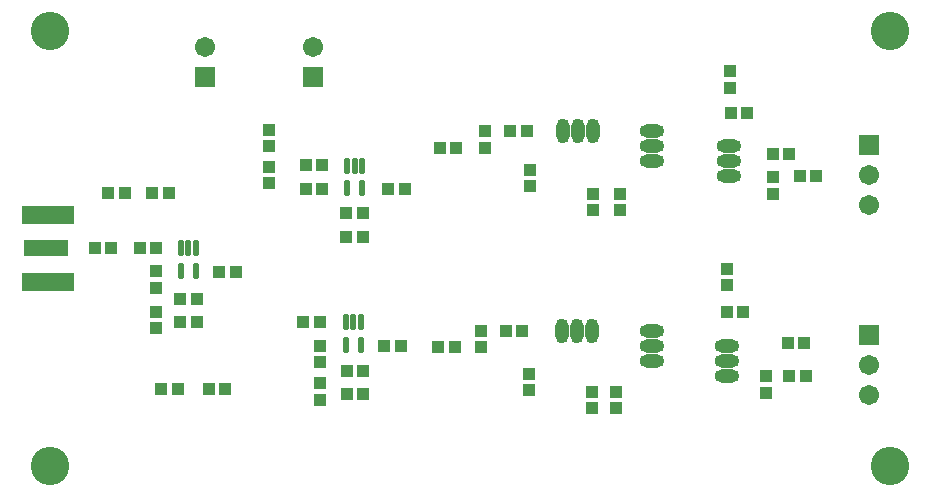
<source format=gbr>
%TF.GenerationSoftware,Altium Limited,Altium Designer,22.7.1 (60)*%
G04 Layer_Color=8388736*
%FSLAX45Y45*%
%MOMM*%
%TF.SameCoordinates,8DF05635-03F1-411C-9BC5-7CD19558B576*%
%TF.FilePolarity,Negative*%
%TF.FileFunction,Soldermask,Top*%
%TF.Part,Single*%
G01*
G75*
%TA.AperFunction,SMDPad,CuDef*%
%ADD30R,1.00320X1.10320*%
%ADD31R,1.10320X1.00320*%
%TA.AperFunction,ConnectorPad*%
%ADD32R,4.40320X1.55320*%
%ADD33R,3.80320X1.47320*%
%TA.AperFunction,SMDPad,CuDef*%
G04:AMPARAMS|DCode=34|XSize=1.2916mm|YSize=0.5016mm|CornerRadius=0.1008mm|HoleSize=0mm|Usage=FLASHONLY|Rotation=270.000|XOffset=0mm|YOffset=0mm|HoleType=Round|Shape=RoundedRectangle|*
%AMROUNDEDRECTD34*
21,1,1.29160,0.30000,0,0,270.0*
21,1,1.09000,0.50160,0,0,270.0*
1,1,0.20160,-0.15000,-0.54500*
1,1,0.20160,-0.15000,0.54500*
1,1,0.20160,0.15000,0.54500*
1,1,0.20160,0.15000,-0.54500*
%
%ADD34ROUNDEDRECTD34*%
%TA.AperFunction,ComponentPad*%
%ADD35R,1.70320X1.70320*%
%ADD36C,1.70320*%
%TA.AperFunction,WasherPad*%
%ADD37C,3.25120*%
%TA.AperFunction,ComponentPad*%
%ADD38O,2.10160X1.10160*%
%ADD39O,2.10160X1.10160*%
%ADD40O,1.10160X2.10160*%
%ADD41O,1.10160X2.10160*%
D30*
X9048900Y5435600D02*
D03*
X8908900D02*
D03*
X9137500Y5245100D02*
D03*
X9277500D02*
D03*
X9048600Y3556000D02*
D03*
X9188600D02*
D03*
X9175900Y3835400D02*
D03*
X9035900D02*
D03*
X5619600Y3810000D02*
D03*
X5759600D02*
D03*
X5656500Y5137900D02*
D03*
X5796500D02*
D03*
X6230837Y5487576D02*
D03*
X6090837D02*
D03*
X6826400Y5626100D02*
D03*
X6686400D02*
D03*
X8553300Y5778500D02*
D03*
X8693300D02*
D03*
X6216800Y3797300D02*
D03*
X6076800D02*
D03*
X3308500Y4635500D02*
D03*
X3168500D02*
D03*
X8521816Y4098847D02*
D03*
X8661816D02*
D03*
X6788300Y3937000D02*
D03*
X6648300D02*
D03*
X4134000Y3441700D02*
D03*
X4274000D02*
D03*
X3733800Y3441700D02*
D03*
X3873800D02*
D03*
X5073800Y4013200D02*
D03*
X4933800D02*
D03*
X5442100Y3403600D02*
D03*
X5302100D02*
D03*
X5442100Y3594100D02*
D03*
X5302100D02*
D03*
X5098000Y5137900D02*
D03*
X4958000D02*
D03*
X5440900Y4731500D02*
D03*
X5300900D02*
D03*
X5440900Y4934700D02*
D03*
X5300900D02*
D03*
X3797600Y5105400D02*
D03*
X3657600D02*
D03*
X3423100Y5105400D02*
D03*
X3283100D02*
D03*
X4032700Y4203700D02*
D03*
X3892700D02*
D03*
X4032700Y4013200D02*
D03*
X3892700D02*
D03*
X3689800Y4635500D02*
D03*
X3549800D02*
D03*
X4222900Y4432300D02*
D03*
X4362900D02*
D03*
X4958000Y5341100D02*
D03*
X5098000D02*
D03*
D31*
X7378700Y3422800D02*
D03*
Y3282800D02*
D03*
X6858000Y5302400D02*
D03*
Y5162400D02*
D03*
X6476583Y5627505D02*
D03*
Y5487505D02*
D03*
X8915400Y5238900D02*
D03*
Y5098900D02*
D03*
X8547100Y6134400D02*
D03*
Y5994400D02*
D03*
X7391400Y5099200D02*
D03*
Y4959200D02*
D03*
X7620000Y5099200D02*
D03*
Y4959200D02*
D03*
X7581900Y3422800D02*
D03*
Y3282800D02*
D03*
X8521700Y4464200D02*
D03*
Y4324200D02*
D03*
X8855659Y3554489D02*
D03*
Y3414489D02*
D03*
X6845300Y3575200D02*
D03*
Y3435200D02*
D03*
X6438900Y3937000D02*
D03*
Y3797000D02*
D03*
X5080000Y3352500D02*
D03*
Y3492500D02*
D03*
Y3810300D02*
D03*
Y3670300D02*
D03*
X4647000Y5639700D02*
D03*
Y5499700D02*
D03*
X4647000Y5328400D02*
D03*
Y5188400D02*
D03*
X3686407Y3960330D02*
D03*
Y4100330D02*
D03*
Y4443072D02*
D03*
Y4303072D02*
D03*
D32*
X2775900Y4353000D02*
D03*
Y4918000D02*
D03*
D33*
X2755900Y4635500D02*
D03*
D34*
X5424400Y3821200D02*
D03*
X5294400D02*
D03*
Y4013200D02*
D03*
X5359400D02*
D03*
X5424400D02*
D03*
X4028660Y4444010D02*
D03*
X3898659D02*
D03*
Y4636010D02*
D03*
X3963660D02*
D03*
X4028660D02*
D03*
X5435900Y5335500D02*
D03*
X5370900D02*
D03*
X5305900D02*
D03*
Y5143500D02*
D03*
X5435900D02*
D03*
D35*
X9728200Y5511800D02*
D03*
Y3898900D02*
D03*
X5016500Y6083300D02*
D03*
X4102100D02*
D03*
D36*
X9728200Y5257800D02*
D03*
Y5003800D02*
D03*
Y3644900D02*
D03*
Y3390900D02*
D03*
X5016500Y6337300D02*
D03*
X4102100D02*
D03*
D37*
X2794000Y6477000D02*
D03*
Y2794000D02*
D03*
X9906000D02*
D03*
Y6477000D02*
D03*
D38*
X8539626Y5245100D02*
D03*
Y5499100D02*
D03*
X8521700Y3556000D02*
D03*
Y3810000D02*
D03*
X7886700Y3683000D02*
D03*
Y3937000D02*
D03*
Y5372100D02*
D03*
Y5626100D02*
D03*
D39*
X8539626Y5372100D02*
D03*
X8521700Y3683000D02*
D03*
X7886700Y3810000D02*
D03*
Y5499100D02*
D03*
D40*
X7124700Y3937000D02*
D03*
X7378700D02*
D03*
X7391400Y5626100D02*
D03*
X7137400D02*
D03*
D41*
X7251700Y3937000D02*
D03*
X7264400Y5626100D02*
D03*
%TF.MD5,ade499966c753d2199f642965be4f4e5*%
M02*

</source>
